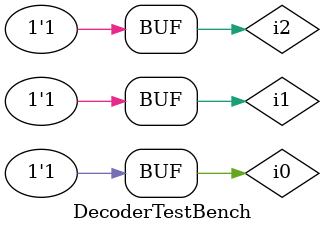
<source format=v>
`timescale 1ns / 1ps
module DecoderTestBench();
	reg i2, i1, i0;
	wire d7, d6, d5, d4, d3, d2, d1, d0;
	
	dec3x8 Test1(i2, i1, i0, d7, d6, d5, d4, d3, d2, d1, d0);
	
	initial begin
		// Test all possible input combinations
		i2 <= 0; i1 <= 0; i0 <= 0;
		#10 i2 <= 0; i1 <= 0; i0 <= 1;
		#10 i2 <= 0; i1 <= 1; i0 <= 0;
		#10 i2 <= 0; i1 <= 1; i0 <= 1;
		#10 i2 <= 1; i1 <= 0; i0 <= 0;
		#10 i2 <= 1; i1 <= 0; i0 <= 1;
		#10 i2 <= 1; i1 <= 1; i0 <= 0;
		#10 i2 <= 1; i1 <= 1; i0 <= 1;
	end
endmodule

</source>
